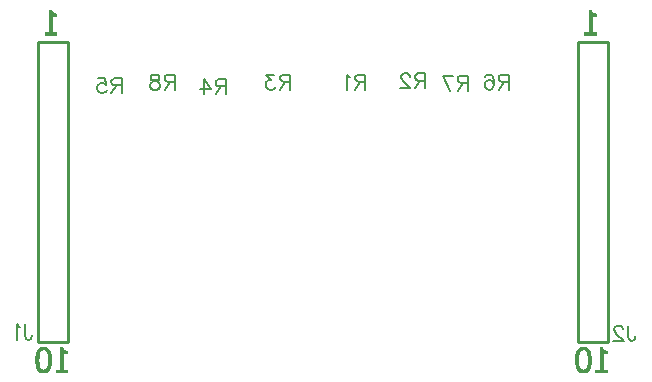
<source format=gbr>
G04 DipTrace 3.3.0.1*
G04 BottomSilk.gbr*
%MOIN*%
G04 #@! TF.FileFunction,Legend,Bot*
G04 #@! TF.Part,Single*
%ADD10C,0.009843*%
%ADD12C,0.003*%
%ADD55C,0.00772*%
%FSLAX26Y26*%
G04*
G70*
G90*
G75*
G01*
G04 BotSilk*
%LPD*%
X668154Y1594571D2*
D10*
X568074D1*
Y594532D1*
X668154D1*
Y1594571D1*
X2467367D2*
X2367286D1*
Y594532D1*
X2467367D1*
Y1594571D1*
X605081Y1700476D2*
D12*
X612581D1*
X605081Y1698976D2*
X612644D1*
X605081Y1697476D2*
X612895D1*
X605081Y1695976D2*
X613364D1*
X605081Y1694476D2*
X614601D1*
X605081Y1692976D2*
X616472D1*
X605081Y1691476D2*
X619298D1*
X605081Y1689976D2*
X622714D1*
X605081Y1688476D2*
X625651D1*
X605081Y1686976D2*
X627823D1*
X605081Y1685476D2*
X628490D1*
X605081Y1683976D2*
X628838D1*
X605081Y1682476D2*
X628994D1*
X605081Y1680976D2*
X614081D1*
X605081Y1679476D2*
X614081D1*
X605081Y1677976D2*
X614081D1*
X605081Y1676476D2*
X614081D1*
X605081Y1674976D2*
X614081D1*
X605081Y1673476D2*
X614081D1*
X605081Y1671976D2*
X614081D1*
X605081Y1670476D2*
X614081D1*
X605081Y1668976D2*
X614081D1*
X605081Y1667476D2*
X614081D1*
X605081Y1665976D2*
X614081D1*
X605081Y1664476D2*
X614081D1*
X605081Y1662976D2*
X614081D1*
X605081Y1661476D2*
X614081D1*
X605081Y1659976D2*
X614081D1*
X605081Y1658476D2*
X614081D1*
X605081Y1656976D2*
X614081D1*
X605081Y1655476D2*
X614081D1*
X605081Y1653976D2*
X614081D1*
X605081Y1652476D2*
X614081D1*
X605081Y1650976D2*
X614081D1*
X605081Y1649476D2*
X614081D1*
X605081Y1647976D2*
X614081D1*
X605081Y1646476D2*
X614081D1*
X605081Y1644976D2*
X614081D1*
X605081Y1643476D2*
X614081D1*
X605081Y1641976D2*
X614081D1*
X605081Y1640476D2*
X614081D1*
X605081Y1638976D2*
X614081D1*
X605081Y1637476D2*
X614081D1*
X605081Y1635976D2*
X614081D1*
X605081Y1634476D2*
X614081D1*
X605081Y1632976D2*
X614081D1*
X605081Y1631476D2*
X614081D1*
X605081Y1629976D2*
X614081D1*
X605081Y1628476D2*
X614081D1*
X605081Y1626976D2*
X614081D1*
X590081Y1625476D2*
X629081D1*
X590081Y1623976D2*
X629081D1*
X590081Y1622476D2*
X629081D1*
X590081Y1620976D2*
X629081D1*
X590081Y1619476D2*
X629081D1*
X590081Y1617976D2*
X629081D1*
X578858Y577184D2*
X590858D1*
X575461Y575684D2*
X594256D1*
X641858D2*
X649358D1*
X572653Y574184D2*
X597064D1*
X641858D2*
X649421D1*
X570438Y572684D2*
X599284D1*
X641858D2*
X649672D1*
X568651Y571184D2*
X601119D1*
X641858D2*
X650140D1*
X567203Y569684D2*
X602711D1*
X641858D2*
X651378D1*
X566058Y568184D2*
X580478D1*
X590558D2*
X604070D1*
X641858D2*
X653249D1*
X565119Y566684D2*
X577927D1*
X592882D2*
X605174D1*
X641858D2*
X656075D1*
X564291Y565184D2*
X575949D1*
X594687D2*
X606053D1*
X641858D2*
X659491D1*
X563556Y563684D2*
X574524D1*
X596013D2*
X606737D1*
X641858D2*
X662428D1*
X562936Y562184D2*
X573459D1*
X596990D2*
X607296D1*
X641858D2*
X664600D1*
X562404Y560684D2*
X572621D1*
X597714D2*
X607837D1*
X641858D2*
X665267D1*
X561874Y559184D2*
X571960D1*
X598288D2*
X608307D1*
X641858D2*
X665615D1*
X561413Y557684D2*
X571412D1*
X598834D2*
X608653D1*
X641858D2*
X665771D1*
X561115Y556184D2*
X570876D1*
X599300D2*
X608996D1*
X641858D2*
X650858D1*
X560912Y554684D2*
X570414D1*
X599595D2*
X609423D1*
X641858D2*
X650858D1*
X560653Y553184D2*
X570121D1*
X599752D2*
X609835D1*
X641858D2*
X650858D1*
X560266Y551684D2*
X569970D1*
X599873D2*
X610108D1*
X641858D2*
X650858D1*
X559871Y550184D2*
X569903D1*
X600092D2*
X610251D1*
X641858D2*
X650858D1*
X559605Y548684D2*
X569875D1*
X600461D2*
X610316D1*
X641858D2*
X650858D1*
X559465Y547184D2*
X569864D1*
X600850D2*
X610348D1*
X641858D2*
X650858D1*
X559401Y545684D2*
X569860D1*
X601113D2*
X610411D1*
X641858D2*
X650858D1*
X559374Y544184D2*
X569853D1*
X601252D2*
X610606D1*
X641858D2*
X650858D1*
X559364Y542684D2*
X569800D1*
X601316D2*
X610967D1*
X641858D2*
X650858D1*
X559360Y541184D2*
X569609D1*
X601342D2*
X611352D1*
X641858D2*
X650858D1*
X559359Y539684D2*
X569249D1*
X601353D2*
X611613D1*
X641858D2*
X650858D1*
X559358Y538184D2*
X568865D1*
X601356D2*
X611753D1*
X641858D2*
X650858D1*
X559358Y536684D2*
X568603D1*
X601358D2*
X611816D1*
X641858D2*
X650858D1*
X559358Y535184D2*
X568470D1*
X601358D2*
X611843D1*
X641858D2*
X650858D1*
X559358Y533684D2*
X568459D1*
X601358D2*
X611853D1*
X641858D2*
X650858D1*
X559358Y532184D2*
X568624D1*
X601358D2*
X611850D1*
X641858D2*
X650858D1*
X559358Y530684D2*
X568973D1*
X601358D2*
X611799D1*
X641858D2*
X650858D1*
X559358Y529184D2*
X569354D1*
X601358D2*
X611608D1*
X641858D2*
X650858D1*
X559358Y527684D2*
X569614D1*
X601358D2*
X611249D1*
X641858D2*
X650858D1*
X559358Y526184D2*
X569753D1*
X601358D2*
X610865D1*
X641858D2*
X650858D1*
X559358Y524684D2*
X569816D1*
X601352D2*
X610603D1*
X641858D2*
X650858D1*
X559364Y523184D2*
X569843D1*
X601300D2*
X610464D1*
X641858D2*
X650858D1*
X559417Y521684D2*
X569853D1*
X601109D2*
X610400D1*
X641858D2*
X650858D1*
X559608Y520184D2*
X569856D1*
X600749D2*
X610368D1*
X641858D2*
X650858D1*
X559967Y518684D2*
X569863D1*
X600365D2*
X610305D1*
X641858D2*
X650858D1*
X560352Y517184D2*
X569917D1*
X600097D2*
X610110D1*
X641858D2*
X650858D1*
X560619Y515684D2*
X570108D1*
X599905D2*
X609750D1*
X641858D2*
X650858D1*
X560811Y514184D2*
X570473D1*
X599651D2*
X609359D1*
X641858D2*
X650858D1*
X561066Y512684D2*
X570910D1*
X599259D2*
X609045D1*
X641858D2*
X650858D1*
X561457Y511184D2*
X571369D1*
X598812D2*
X608714D1*
X641858D2*
X650858D1*
X561905Y509684D2*
X571920D1*
X598349D2*
X608285D1*
X641858D2*
X650858D1*
X562367Y508184D2*
X572571D1*
X597791D2*
X607822D1*
X641858D2*
X650858D1*
X562920Y506684D2*
X573336D1*
X597087D2*
X607353D1*
X641858D2*
X650858D1*
X563565Y505184D2*
X574404D1*
X596096D2*
X606792D1*
X641858D2*
X650858D1*
X564271Y503684D2*
X575837D1*
X594777D2*
X606093D1*
X641858D2*
X650858D1*
X565055Y502184D2*
X579722D1*
X591148D2*
X605196D1*
X641858D2*
X650858D1*
X565993Y500684D2*
X585448D1*
X585615D2*
X604053D1*
X626858D2*
X665858D1*
X567159Y499184D2*
X602724D1*
X626858D2*
X665858D1*
X568553Y497684D2*
X601238D1*
X626858D2*
X665858D1*
X570284Y496184D2*
X599463D1*
X626858D2*
X665858D1*
X572589Y494684D2*
X597139D1*
X626858D2*
X665858D1*
X575549Y493184D2*
X594172D1*
X626858D2*
X665858D1*
X578858Y491684D2*
X590858D1*
X2404294Y1700476D2*
X2411794D1*
X2404294Y1698976D2*
X2411857D1*
X2404294Y1697476D2*
X2412108D1*
X2404294Y1695976D2*
X2412576D1*
X2404294Y1694476D2*
X2413813D1*
X2404294Y1692976D2*
X2415684D1*
X2404294Y1691476D2*
X2418511D1*
X2404294Y1689976D2*
X2421927D1*
X2404294Y1688476D2*
X2424864D1*
X2404294Y1686976D2*
X2427036D1*
X2404294Y1685476D2*
X2427703D1*
X2404294Y1683976D2*
X2428050D1*
X2404294Y1682476D2*
X2428206D1*
X2404294Y1680976D2*
X2413294D1*
X2404294Y1679476D2*
X2413294D1*
X2404294Y1677976D2*
X2413294D1*
X2404294Y1676476D2*
X2413294D1*
X2404294Y1674976D2*
X2413294D1*
X2404294Y1673476D2*
X2413294D1*
X2404294Y1671976D2*
X2413294D1*
X2404294Y1670476D2*
X2413294D1*
X2404294Y1668976D2*
X2413294D1*
X2404294Y1667476D2*
X2413294D1*
X2404294Y1665976D2*
X2413294D1*
X2404294Y1664476D2*
X2413294D1*
X2404294Y1662976D2*
X2413294D1*
X2404294Y1661476D2*
X2413294D1*
X2404294Y1659976D2*
X2413294D1*
X2404294Y1658476D2*
X2413294D1*
X2404294Y1656976D2*
X2413294D1*
X2404294Y1655476D2*
X2413294D1*
X2404294Y1653976D2*
X2413294D1*
X2404294Y1652476D2*
X2413294D1*
X2404294Y1650976D2*
X2413294D1*
X2404294Y1649476D2*
X2413294D1*
X2404294Y1647976D2*
X2413294D1*
X2404294Y1646476D2*
X2413294D1*
X2404294Y1644976D2*
X2413294D1*
X2404294Y1643476D2*
X2413294D1*
X2404294Y1641976D2*
X2413294D1*
X2404294Y1640476D2*
X2413294D1*
X2404294Y1638976D2*
X2413294D1*
X2404294Y1637476D2*
X2413294D1*
X2404294Y1635976D2*
X2413294D1*
X2404294Y1634476D2*
X2413294D1*
X2404294Y1632976D2*
X2413294D1*
X2404294Y1631476D2*
X2413294D1*
X2404294Y1629976D2*
X2413294D1*
X2404294Y1628476D2*
X2413294D1*
X2404294Y1626976D2*
X2413294D1*
X2389294Y1625476D2*
X2428294D1*
X2389294Y1623976D2*
X2428294D1*
X2389294Y1622476D2*
X2428294D1*
X2389294Y1620976D2*
X2428294D1*
X2389294Y1619476D2*
X2428294D1*
X2389294Y1617976D2*
X2428294D1*
X2378071Y577184D2*
X2390071D1*
X2374673Y575684D2*
X2393468D1*
X2441071D2*
X2448571D1*
X2371865Y574184D2*
X2396277D1*
X2441071D2*
X2448634D1*
X2369651Y572684D2*
X2398497D1*
X2441071D2*
X2448885D1*
X2367863Y571184D2*
X2400331D1*
X2441071D2*
X2449353D1*
X2366416Y569684D2*
X2401923D1*
X2441071D2*
X2450590D1*
X2365271Y568184D2*
X2379691D1*
X2389770D2*
X2403283D1*
X2441071D2*
X2452461D1*
X2364331Y566684D2*
X2377140D1*
X2392095D2*
X2404386D1*
X2441071D2*
X2455287D1*
X2363503Y565184D2*
X2375162D1*
X2393900D2*
X2405265D1*
X2441071D2*
X2458704D1*
X2362768Y563684D2*
X2373737D1*
X2395226D2*
X2405950D1*
X2441071D2*
X2461641D1*
X2362149Y562184D2*
X2372672D1*
X2396203D2*
X2406509D1*
X2441071D2*
X2463812D1*
X2361617Y560684D2*
X2371833D1*
X2396927D2*
X2407050D1*
X2441071D2*
X2464479D1*
X2361086Y559184D2*
X2371173D1*
X2397501D2*
X2407520D1*
X2441071D2*
X2464827D1*
X2360626Y557684D2*
X2370625D1*
X2398047D2*
X2407866D1*
X2441071D2*
X2464983D1*
X2360328Y556184D2*
X2370089D1*
X2398513D2*
X2408208D1*
X2441071D2*
X2450071D1*
X2360124Y554684D2*
X2369627D1*
X2398807D2*
X2408636D1*
X2441071D2*
X2450071D1*
X2359865Y553184D2*
X2369334D1*
X2398964D2*
X2409048D1*
X2441071D2*
X2450071D1*
X2359478Y551684D2*
X2369183D1*
X2399085D2*
X2409320D1*
X2441071D2*
X2450071D1*
X2359083Y550184D2*
X2369115D1*
X2399304D2*
X2409463D1*
X2441071D2*
X2450071D1*
X2358818Y548684D2*
X2369087D1*
X2399674D2*
X2409528D1*
X2441071D2*
X2450071D1*
X2358677Y547184D2*
X2369077D1*
X2400062D2*
X2409561D1*
X2441071D2*
X2450071D1*
X2358613Y545684D2*
X2369073D1*
X2400325D2*
X2409624D1*
X2441071D2*
X2450071D1*
X2358587Y544184D2*
X2369066D1*
X2400465D2*
X2409819D1*
X2441071D2*
X2450071D1*
X2358577Y542684D2*
X2369012D1*
X2400529D2*
X2410179D1*
X2441071D2*
X2450071D1*
X2358573Y541184D2*
X2368821D1*
X2400555D2*
X2410564D1*
X2441071D2*
X2450071D1*
X2358572Y539684D2*
X2368462D1*
X2400565D2*
X2410826D1*
X2441071D2*
X2450071D1*
X2358571Y538184D2*
X2368077D1*
X2400569D2*
X2410965D1*
X2441071D2*
X2450071D1*
X2358571Y536684D2*
X2367816D1*
X2400570D2*
X2411029D1*
X2441071D2*
X2450071D1*
X2358571Y535184D2*
X2367682D1*
X2400571D2*
X2411055D1*
X2441071D2*
X2450071D1*
X2358571Y533684D2*
X2367672D1*
X2400571D2*
X2411065D1*
X2441071D2*
X2450071D1*
X2358571Y532184D2*
X2367836D1*
X2400571D2*
X2411063D1*
X2441071D2*
X2450071D1*
X2358571Y530684D2*
X2368186D1*
X2400571D2*
X2411012D1*
X2441071D2*
X2450071D1*
X2358571Y529184D2*
X2368566D1*
X2400571D2*
X2410821D1*
X2441071D2*
X2450071D1*
X2358571Y527684D2*
X2368827D1*
X2400571D2*
X2410462D1*
X2441071D2*
X2450071D1*
X2358571Y526184D2*
X2368965D1*
X2400571D2*
X2410077D1*
X2441071D2*
X2450071D1*
X2358571Y524684D2*
X2369029D1*
X2400565D2*
X2409816D1*
X2441071D2*
X2450071D1*
X2358577Y523184D2*
X2369055D1*
X2400512D2*
X2409677D1*
X2441071D2*
X2450071D1*
X2358629Y521684D2*
X2369065D1*
X2400321D2*
X2409613D1*
X2441071D2*
X2450071D1*
X2358821Y520184D2*
X2369069D1*
X2399962D2*
X2409581D1*
X2441071D2*
X2450071D1*
X2359180Y518684D2*
X2369076D1*
X2399577D2*
X2409518D1*
X2441071D2*
X2450071D1*
X2359564Y517184D2*
X2369129D1*
X2399310D2*
X2409323D1*
X2441071D2*
X2450071D1*
X2359832Y515684D2*
X2369321D1*
X2399118D2*
X2408963D1*
X2441071D2*
X2450071D1*
X2360024Y514184D2*
X2369686D1*
X2398863D2*
X2408572D1*
X2441071D2*
X2450071D1*
X2360279Y512684D2*
X2370123D1*
X2398472D2*
X2408257D1*
X2441071D2*
X2450071D1*
X2360670Y511184D2*
X2370582D1*
X2398024D2*
X2407927D1*
X2441071D2*
X2450071D1*
X2361117Y509684D2*
X2371133D1*
X2397562D2*
X2407498D1*
X2441071D2*
X2450071D1*
X2361580Y508184D2*
X2371784D1*
X2397004D2*
X2407034D1*
X2441071D2*
X2450071D1*
X2362132Y506684D2*
X2372548D1*
X2396299D2*
X2406566D1*
X2441071D2*
X2450071D1*
X2362778Y505184D2*
X2373617D1*
X2395309D2*
X2406005D1*
X2441071D2*
X2450071D1*
X2363484Y503684D2*
X2375050D1*
X2393989D2*
X2405306D1*
X2441071D2*
X2450071D1*
X2364267Y502184D2*
X2378934D1*
X2390361D2*
X2404408D1*
X2441071D2*
X2450071D1*
X2365205Y500684D2*
X2384661D1*
X2384828D2*
X2403265D1*
X2426071D2*
X2465071D1*
X2366371Y499184D2*
X2401937D1*
X2426071D2*
X2465071D1*
X2367765Y497684D2*
X2400451D1*
X2426071D2*
X2465071D1*
X2369496Y496184D2*
X2398676D1*
X2426071D2*
X2465071D1*
X2371801Y494684D2*
X2396352D1*
X2426071D2*
X2465071D1*
X2374761Y493184D2*
X2393384D1*
X2426071D2*
X2465071D1*
X2378071Y491684D2*
X2390071D1*
X605081Y1700476D2*
Y1698976D1*
Y1697476D1*
Y1695976D1*
Y1694476D1*
Y1692976D1*
Y1691476D1*
Y1689976D1*
Y1688476D1*
Y1686976D1*
Y1685476D1*
Y1683976D1*
Y1682476D1*
Y1680976D1*
Y1679476D1*
Y1677976D1*
Y1676476D1*
Y1674976D1*
Y1673476D1*
Y1671976D1*
Y1670476D1*
Y1668976D1*
Y1667476D1*
Y1665976D1*
Y1664476D1*
Y1662976D1*
Y1661476D1*
Y1659976D1*
Y1658476D1*
Y1656976D1*
Y1655476D1*
Y1653976D1*
Y1652476D1*
Y1650976D1*
Y1649476D1*
Y1647976D1*
Y1646476D1*
Y1644976D1*
Y1643476D1*
Y1641976D1*
Y1640476D1*
Y1638976D1*
Y1637476D1*
Y1635976D1*
Y1634476D1*
Y1632976D1*
Y1631476D1*
Y1629976D1*
Y1628476D1*
Y1626976D1*
Y1625476D1*
X590081D1*
Y1623976D1*
Y1622476D1*
Y1620976D1*
Y1619476D1*
Y1617976D1*
X612581Y1700476D2*
X612644Y1698976D1*
X612895Y1697476D1*
X613364Y1695976D1*
X614601Y1694476D1*
X616472Y1692976D1*
X619298Y1691476D1*
X622714Y1689976D1*
X625651Y1688476D1*
X627823Y1686976D1*
X628490Y1685476D1*
X628838Y1683976D1*
X628994Y1682476D1*
X629081Y1680976D1*
X614081D1*
Y1679476D1*
Y1677976D1*
Y1676476D1*
Y1674976D1*
Y1673476D1*
Y1671976D1*
Y1670476D1*
Y1668976D1*
Y1667476D1*
Y1665976D1*
Y1664476D1*
Y1662976D1*
Y1661476D1*
Y1659976D1*
Y1658476D1*
Y1656976D1*
Y1655476D1*
Y1653976D1*
Y1652476D1*
Y1650976D1*
Y1649476D1*
Y1647976D1*
Y1646476D1*
Y1644976D1*
Y1643476D1*
Y1641976D1*
Y1640476D1*
Y1638976D1*
Y1637476D1*
Y1635976D1*
Y1634476D1*
Y1632976D1*
Y1631476D1*
Y1629976D1*
Y1628476D1*
Y1626976D1*
Y1625476D1*
X629081D1*
Y1623976D1*
Y1622476D1*
Y1620976D1*
Y1619476D1*
Y1617976D1*
X578858Y577184D2*
X575461Y575684D1*
X572653Y574184D1*
X570438Y572684D1*
X568651Y571184D1*
X567203Y569684D1*
X566058Y568184D1*
X565119Y566684D1*
X564291Y565184D1*
X563556Y563684D1*
X562936Y562184D1*
X562404Y560684D1*
X561874Y559184D1*
X561413Y557684D1*
X561115Y556184D1*
X560912Y554684D1*
X560653Y553184D1*
X560266Y551684D1*
X559871Y550184D1*
X559605Y548684D1*
X559465Y547184D1*
X559401Y545684D1*
X559374Y544184D1*
X559364Y542684D1*
X559360Y541184D1*
X559359Y539684D1*
X559358Y538184D1*
Y536684D1*
Y535184D1*
Y533684D1*
Y532184D1*
Y530684D1*
Y529184D1*
Y527684D1*
Y526184D1*
Y524684D1*
X559364Y523184D1*
X559417Y521684D1*
X559608Y520184D1*
X559967Y518684D1*
X560352Y517184D1*
X560619Y515684D1*
X560811Y514184D1*
X561066Y512684D1*
X561457Y511184D1*
X561905Y509684D1*
X562367Y508184D1*
X562920Y506684D1*
X563565Y505184D1*
X564271Y503684D1*
X565055Y502184D1*
X565993Y500684D1*
X567159Y499184D1*
X568553Y497684D1*
X570284Y496184D1*
X572589Y494684D1*
X575549Y493184D1*
X578858Y491684D1*
X590858Y577184D2*
X594256Y575684D1*
X597064Y574184D1*
X599284Y572684D1*
X601119Y571184D1*
X602711Y569684D1*
X604070Y568184D1*
X605174Y566684D1*
X606053Y565184D1*
X606737Y563684D1*
X607296Y562184D1*
X607837Y560684D1*
X608307Y559184D1*
X608653Y557684D1*
X608996Y556184D1*
X609423Y554684D1*
X609835Y553184D1*
X610108Y551684D1*
X610251Y550184D1*
X610316Y548684D1*
X610348Y547184D1*
X610411Y545684D1*
X610606Y544184D1*
X610967Y542684D1*
X611352Y541184D1*
X611613Y539684D1*
X611753Y538184D1*
X611816Y536684D1*
X611843Y535184D1*
X611853Y533684D1*
X611850Y532184D1*
X611799Y530684D1*
X611608Y529184D1*
X611249Y527684D1*
X610865Y526184D1*
X610603Y524684D1*
X610464Y523184D1*
X610400Y521684D1*
X610368Y520184D1*
X610305Y518684D1*
X610110Y517184D1*
X609750Y515684D1*
X609359Y514184D1*
X609045Y512684D1*
X608714Y511184D1*
X608285Y509684D1*
X607822Y508184D1*
X607353Y506684D1*
X606792Y505184D1*
X606093Y503684D1*
X605196Y502184D1*
X604053Y500684D1*
X602724Y499184D1*
X601238Y497684D1*
X599463Y496184D1*
X597139Y494684D1*
X594172Y493184D1*
X590858Y491684D1*
X641858Y575684D2*
Y574184D1*
Y572684D1*
Y571184D1*
Y569684D1*
Y568184D1*
Y566684D1*
Y565184D1*
Y563684D1*
Y562184D1*
Y560684D1*
Y559184D1*
Y557684D1*
Y556184D1*
Y554684D1*
Y553184D1*
Y551684D1*
Y550184D1*
Y548684D1*
Y547184D1*
Y545684D1*
Y544184D1*
Y542684D1*
Y541184D1*
Y539684D1*
Y538184D1*
Y536684D1*
Y535184D1*
Y533684D1*
Y532184D1*
Y530684D1*
Y529184D1*
Y527684D1*
Y526184D1*
Y524684D1*
Y523184D1*
Y521684D1*
Y520184D1*
Y518684D1*
Y517184D1*
Y515684D1*
Y514184D1*
Y512684D1*
Y511184D1*
Y509684D1*
Y508184D1*
Y506684D1*
Y505184D1*
Y503684D1*
Y502184D1*
Y500684D1*
X626858D1*
Y499184D1*
Y497684D1*
Y496184D1*
Y494684D1*
Y493184D1*
X649358Y575684D2*
X649421Y574184D1*
X649672Y572684D1*
X650140Y571184D1*
X651378Y569684D1*
X653249Y568184D1*
X656075Y566684D1*
X659491Y565184D1*
X662428Y563684D1*
X664600Y562184D1*
X665267Y560684D1*
X665615Y559184D1*
X665771Y557684D1*
X665858Y556184D1*
X650858D1*
Y554684D1*
Y553184D1*
Y551684D1*
Y550184D1*
Y548684D1*
Y547184D1*
Y545684D1*
Y544184D1*
Y542684D1*
Y541184D1*
Y539684D1*
Y538184D1*
Y536684D1*
Y535184D1*
Y533684D1*
Y532184D1*
Y530684D1*
Y529184D1*
Y527684D1*
Y526184D1*
Y524684D1*
Y523184D1*
Y521684D1*
Y520184D1*
Y518684D1*
Y517184D1*
Y515684D1*
Y514184D1*
Y512684D1*
Y511184D1*
Y509684D1*
Y508184D1*
Y506684D1*
Y505184D1*
Y503684D1*
Y502184D1*
Y500684D1*
X665858D1*
Y499184D1*
Y497684D1*
Y496184D1*
Y494684D1*
Y493184D1*
X583358Y569684D2*
X580478Y568184D1*
X577927Y566684D1*
X575949Y565184D1*
X574524Y563684D1*
X573459Y562184D1*
X572621Y560684D1*
X571960Y559184D1*
X571412Y557684D1*
X570876Y556184D1*
X570414Y554684D1*
X570121Y553184D1*
X569970Y551684D1*
X569903Y550184D1*
X569875Y548684D1*
X569864Y547184D1*
X569860Y545684D1*
X569853Y544184D1*
X569800Y542684D1*
X569609Y541184D1*
X569249Y539684D1*
X568865Y538184D1*
X568603Y536684D1*
X568470Y535184D1*
X568459Y533684D1*
X568624Y532184D1*
X568973Y530684D1*
X569354Y529184D1*
X569614Y527684D1*
X569753Y526184D1*
X569816Y524684D1*
X569843Y523184D1*
X569853Y521684D1*
X569856Y520184D1*
X569863Y518684D1*
X569917Y517184D1*
X570108Y515684D1*
X570473Y514184D1*
X570910Y512684D1*
X571369Y511184D1*
X571920Y509684D1*
X572571Y508184D1*
X573336Y506684D1*
X574404Y505184D1*
X575837Y503684D1*
X579722Y502184D1*
X585448Y500684D1*
X592358Y499184D1*
X587858Y569684D2*
X590558Y568184D1*
X592882Y566684D1*
X594687Y565184D1*
X596013Y563684D1*
X596990Y562184D1*
X597714Y560684D1*
X598288Y559184D1*
X598834Y557684D1*
X599300Y556184D1*
X599595Y554684D1*
X599752Y553184D1*
X599873Y551684D1*
X600092Y550184D1*
X600461Y548684D1*
X600850Y547184D1*
X601113Y545684D1*
X601252Y544184D1*
X601316Y542684D1*
X601342Y541184D1*
X601353Y539684D1*
X601356Y538184D1*
X601358Y536684D1*
Y535184D1*
Y533684D1*
Y532184D1*
Y530684D1*
Y529184D1*
Y527684D1*
Y526184D1*
X601352Y524684D1*
X601300Y523184D1*
X601109Y521684D1*
X600749Y520184D1*
X600365Y518684D1*
X600097Y517184D1*
X599905Y515684D1*
X599651Y514184D1*
X599259Y512684D1*
X598812Y511184D1*
X598349Y509684D1*
X597791Y508184D1*
X597087Y506684D1*
X596096Y505184D1*
X594777Y503684D1*
X591148Y502184D1*
X585615Y500684D1*
X578858Y499184D1*
X2404294Y1700476D2*
Y1698976D1*
Y1697476D1*
Y1695976D1*
Y1694476D1*
Y1692976D1*
Y1691476D1*
Y1689976D1*
Y1688476D1*
Y1686976D1*
Y1685476D1*
Y1683976D1*
Y1682476D1*
Y1680976D1*
Y1679476D1*
Y1677976D1*
Y1676476D1*
Y1674976D1*
Y1673476D1*
Y1671976D1*
Y1670476D1*
Y1668976D1*
Y1667476D1*
Y1665976D1*
Y1664476D1*
Y1662976D1*
Y1661476D1*
Y1659976D1*
Y1658476D1*
Y1656976D1*
Y1655476D1*
Y1653976D1*
Y1652476D1*
Y1650976D1*
Y1649476D1*
Y1647976D1*
Y1646476D1*
Y1644976D1*
Y1643476D1*
Y1641976D1*
Y1640476D1*
Y1638976D1*
Y1637476D1*
Y1635976D1*
Y1634476D1*
Y1632976D1*
Y1631476D1*
Y1629976D1*
Y1628476D1*
Y1626976D1*
Y1625476D1*
X2389294D1*
Y1623976D1*
Y1622476D1*
Y1620976D1*
Y1619476D1*
Y1617976D1*
X2411794Y1700476D2*
X2411857Y1698976D1*
X2412108Y1697476D1*
X2412576Y1695976D1*
X2413813Y1694476D1*
X2415684Y1692976D1*
X2418511Y1691476D1*
X2421927Y1689976D1*
X2424864Y1688476D1*
X2427036Y1686976D1*
X2427703Y1685476D1*
X2428050Y1683976D1*
X2428206Y1682476D1*
X2428294Y1680976D1*
X2413294D1*
Y1679476D1*
Y1677976D1*
Y1676476D1*
Y1674976D1*
Y1673476D1*
Y1671976D1*
Y1670476D1*
Y1668976D1*
Y1667476D1*
Y1665976D1*
Y1664476D1*
Y1662976D1*
Y1661476D1*
Y1659976D1*
Y1658476D1*
Y1656976D1*
Y1655476D1*
Y1653976D1*
Y1652476D1*
Y1650976D1*
Y1649476D1*
Y1647976D1*
Y1646476D1*
Y1644976D1*
Y1643476D1*
Y1641976D1*
Y1640476D1*
Y1638976D1*
Y1637476D1*
Y1635976D1*
Y1634476D1*
Y1632976D1*
Y1631476D1*
Y1629976D1*
Y1628476D1*
Y1626976D1*
Y1625476D1*
X2428294D1*
Y1623976D1*
Y1622476D1*
Y1620976D1*
Y1619476D1*
Y1617976D1*
X2378071Y577184D2*
X2374673Y575684D1*
X2371865Y574184D1*
X2369651Y572684D1*
X2367863Y571184D1*
X2366416Y569684D1*
X2365271Y568184D1*
X2364331Y566684D1*
X2363503Y565184D1*
X2362768Y563684D1*
X2362149Y562184D1*
X2361617Y560684D1*
X2361086Y559184D1*
X2360626Y557684D1*
X2360328Y556184D1*
X2360124Y554684D1*
X2359865Y553184D1*
X2359478Y551684D1*
X2359083Y550184D1*
X2358818Y548684D1*
X2358677Y547184D1*
X2358613Y545684D1*
X2358587Y544184D1*
X2358577Y542684D1*
X2358573Y541184D1*
X2358572Y539684D1*
X2358571Y538184D1*
Y536684D1*
Y535184D1*
Y533684D1*
Y532184D1*
Y530684D1*
Y529184D1*
Y527684D1*
Y526184D1*
Y524684D1*
X2358577Y523184D1*
X2358629Y521684D1*
X2358821Y520184D1*
X2359180Y518684D1*
X2359564Y517184D1*
X2359832Y515684D1*
X2360024Y514184D1*
X2360279Y512684D1*
X2360670Y511184D1*
X2361117Y509684D1*
X2361580Y508184D1*
X2362132Y506684D1*
X2362778Y505184D1*
X2363484Y503684D1*
X2364267Y502184D1*
X2365205Y500684D1*
X2366371Y499184D1*
X2367765Y497684D1*
X2369496Y496184D1*
X2371801Y494684D1*
X2374761Y493184D1*
X2378071Y491684D1*
X2390071Y577184D2*
X2393468Y575684D1*
X2396277Y574184D1*
X2398497Y572684D1*
X2400331Y571184D1*
X2401923Y569684D1*
X2403283Y568184D1*
X2404386Y566684D1*
X2405265Y565184D1*
X2405950Y563684D1*
X2406509Y562184D1*
X2407050Y560684D1*
X2407520Y559184D1*
X2407866Y557684D1*
X2408208Y556184D1*
X2408636Y554684D1*
X2409048Y553184D1*
X2409320Y551684D1*
X2409463Y550184D1*
X2409528Y548684D1*
X2409561Y547184D1*
X2409624Y545684D1*
X2409819Y544184D1*
X2410179Y542684D1*
X2410564Y541184D1*
X2410826Y539684D1*
X2410965Y538184D1*
X2411029Y536684D1*
X2411055Y535184D1*
X2411065Y533684D1*
X2411063Y532184D1*
X2411012Y530684D1*
X2410821Y529184D1*
X2410462Y527684D1*
X2410077Y526184D1*
X2409816Y524684D1*
X2409677Y523184D1*
X2409613Y521684D1*
X2409581Y520184D1*
X2409518Y518684D1*
X2409323Y517184D1*
X2408963Y515684D1*
X2408572Y514184D1*
X2408257Y512684D1*
X2407927Y511184D1*
X2407498Y509684D1*
X2407034Y508184D1*
X2406566Y506684D1*
X2406005Y505184D1*
X2405306Y503684D1*
X2404408Y502184D1*
X2403265Y500684D1*
X2401937Y499184D1*
X2400451Y497684D1*
X2398676Y496184D1*
X2396352Y494684D1*
X2393384Y493184D1*
X2390071Y491684D1*
X2441071Y575684D2*
Y574184D1*
Y572684D1*
Y571184D1*
Y569684D1*
Y568184D1*
Y566684D1*
Y565184D1*
Y563684D1*
Y562184D1*
Y560684D1*
Y559184D1*
Y557684D1*
Y556184D1*
Y554684D1*
Y553184D1*
Y551684D1*
Y550184D1*
Y548684D1*
Y547184D1*
Y545684D1*
Y544184D1*
Y542684D1*
Y541184D1*
Y539684D1*
Y538184D1*
Y536684D1*
Y535184D1*
Y533684D1*
Y532184D1*
Y530684D1*
Y529184D1*
Y527684D1*
Y526184D1*
Y524684D1*
Y523184D1*
Y521684D1*
Y520184D1*
Y518684D1*
Y517184D1*
Y515684D1*
Y514184D1*
Y512684D1*
Y511184D1*
Y509684D1*
Y508184D1*
Y506684D1*
Y505184D1*
Y503684D1*
Y502184D1*
Y500684D1*
X2426071D1*
Y499184D1*
Y497684D1*
Y496184D1*
Y494684D1*
Y493184D1*
X2448571Y575684D2*
X2448634Y574184D1*
X2448885Y572684D1*
X2449353Y571184D1*
X2450590Y569684D1*
X2452461Y568184D1*
X2455287Y566684D1*
X2458704Y565184D1*
X2461641Y563684D1*
X2463812Y562184D1*
X2464479Y560684D1*
X2464827Y559184D1*
X2464983Y557684D1*
X2465071Y556184D1*
X2450071D1*
Y554684D1*
Y553184D1*
Y551684D1*
Y550184D1*
Y548684D1*
Y547184D1*
Y545684D1*
Y544184D1*
Y542684D1*
Y541184D1*
Y539684D1*
Y538184D1*
Y536684D1*
Y535184D1*
Y533684D1*
Y532184D1*
Y530684D1*
Y529184D1*
Y527684D1*
Y526184D1*
Y524684D1*
Y523184D1*
Y521684D1*
Y520184D1*
Y518684D1*
Y517184D1*
Y515684D1*
Y514184D1*
Y512684D1*
Y511184D1*
Y509684D1*
Y508184D1*
Y506684D1*
Y505184D1*
Y503684D1*
Y502184D1*
Y500684D1*
X2465071D1*
Y499184D1*
Y497684D1*
Y496184D1*
Y494684D1*
Y493184D1*
X2382571Y569684D2*
X2379691Y568184D1*
X2377140Y566684D1*
X2375162Y565184D1*
X2373737Y563684D1*
X2372672Y562184D1*
X2371833Y560684D1*
X2371173Y559184D1*
X2370625Y557684D1*
X2370089Y556184D1*
X2369627Y554684D1*
X2369334Y553184D1*
X2369183Y551684D1*
X2369115Y550184D1*
X2369087Y548684D1*
X2369077Y547184D1*
X2369073Y545684D1*
X2369066Y544184D1*
X2369012Y542684D1*
X2368821Y541184D1*
X2368462Y539684D1*
X2368077Y538184D1*
X2367816Y536684D1*
X2367682Y535184D1*
X2367672Y533684D1*
X2367836Y532184D1*
X2368186Y530684D1*
X2368566Y529184D1*
X2368827Y527684D1*
X2368965Y526184D1*
X2369029Y524684D1*
X2369055Y523184D1*
X2369065Y521684D1*
X2369069Y520184D1*
X2369076Y518684D1*
X2369129Y517184D1*
X2369321Y515684D1*
X2369686Y514184D1*
X2370123Y512684D1*
X2370582Y511184D1*
X2371133Y509684D1*
X2371784Y508184D1*
X2372548Y506684D1*
X2373617Y505184D1*
X2375050Y503684D1*
X2378934Y502184D1*
X2384661Y500684D1*
X2391571Y499184D1*
X2387071Y569684D2*
X2389770Y568184D1*
X2392095Y566684D1*
X2393900Y565184D1*
X2395226Y563684D1*
X2396203Y562184D1*
X2396927Y560684D1*
X2397501Y559184D1*
X2398047Y557684D1*
X2398513Y556184D1*
X2398807Y554684D1*
X2398964Y553184D1*
X2399085Y551684D1*
X2399304Y550184D1*
X2399674Y548684D1*
X2400062Y547184D1*
X2400325Y545684D1*
X2400465Y544184D1*
X2400529Y542684D1*
X2400555Y541184D1*
X2400565Y539684D1*
X2400569Y538184D1*
X2400570Y536684D1*
X2400571Y535184D1*
Y533684D1*
Y532184D1*
Y530684D1*
Y529184D1*
Y527684D1*
Y526184D1*
X2400565Y524684D1*
X2400512Y523184D1*
X2400321Y521684D1*
X2399962Y520184D1*
X2399577Y518684D1*
X2399310Y517184D1*
X2399118Y515684D1*
X2398863Y514184D1*
X2398472Y512684D1*
X2398024Y511184D1*
X2397562Y509684D1*
X2397004Y508184D1*
X2396299Y506684D1*
X2395309Y505184D1*
X2393989Y503684D1*
X2390361Y502184D1*
X2384828Y500684D1*
X2378071Y499184D1*
X524269Y651655D2*
D55*
Y613409D1*
X526645Y606224D1*
X529077Y603847D1*
X533831Y601415D1*
X538639D1*
X543392Y603847D1*
X545769Y606224D1*
X548201Y613409D1*
Y618162D1*
X508830Y642039D2*
X504021Y644470D1*
X496836Y651600D1*
Y601415D1*
X2535019Y647718D2*
Y609472D1*
X2537395Y602287D1*
X2539827Y599910D1*
X2544580Y597478D1*
X2549389D1*
X2554142Y599910D1*
X2556519Y602287D1*
X2558951Y609472D1*
Y614225D1*
X2517148Y635725D2*
Y638102D1*
X2514771Y642910D1*
X2512395Y645287D1*
X2507586Y647663D1*
X2498024D1*
X2493271Y645287D1*
X2490895Y642910D1*
X2488463Y638102D1*
Y633348D1*
X2490895Y628540D1*
X2495648Y621410D1*
X2519580Y597478D1*
X2486086D1*
X1658416Y1460709D2*
X1636916D1*
X1629731Y1463141D1*
X1627299Y1465517D1*
X1624922Y1470270D1*
Y1475079D1*
X1627299Y1479832D1*
X1629731Y1482264D1*
X1636916Y1484640D1*
X1658416D1*
Y1434400D1*
X1641669Y1460709D2*
X1624922Y1434400D1*
X1609483Y1475024D2*
X1604675Y1477455D1*
X1597490Y1484585D1*
Y1434400D1*
X1858142Y1464646D2*
X1836642D1*
X1829457Y1467078D1*
X1827025Y1469454D1*
X1824649Y1474207D1*
Y1479016D1*
X1827025Y1483769D1*
X1829457Y1486201D1*
X1836642Y1488577D1*
X1858142D1*
Y1438337D1*
X1841395Y1464646D2*
X1824649Y1438337D1*
X1806778Y1476584D2*
Y1478961D1*
X1804401Y1483769D1*
X1802024Y1486146D1*
X1797216Y1488522D1*
X1787654D1*
X1782901Y1486146D1*
X1780525Y1483769D1*
X1778093Y1478961D1*
Y1474207D1*
X1780525Y1469399D1*
X1785278Y1462269D1*
X1809210Y1438337D1*
X1775716D1*
X1409323Y1460709D2*
X1387823D1*
X1380638Y1463141D1*
X1378206Y1465517D1*
X1375830Y1470270D1*
Y1475079D1*
X1378206Y1479832D1*
X1380638Y1482264D1*
X1387823Y1484640D1*
X1409323D1*
Y1434400D1*
X1392577Y1460709D2*
X1375830Y1434400D1*
X1355582Y1484585D2*
X1329329D1*
X1343644Y1465462D1*
X1336459D1*
X1331706Y1463085D1*
X1329329Y1460709D1*
X1326897Y1453524D1*
Y1448770D1*
X1329329Y1441585D1*
X1334082Y1436777D1*
X1341267Y1434400D1*
X1348452D1*
X1355582Y1436777D1*
X1357959Y1439209D1*
X1360391Y1443962D1*
X1193976Y1444961D2*
X1172476D1*
X1165291Y1447393D1*
X1162859Y1449769D1*
X1160483Y1454522D1*
Y1459331D1*
X1162859Y1464084D1*
X1165291Y1466516D1*
X1172476Y1468892D1*
X1193976D1*
Y1418652D1*
X1177229Y1444961D2*
X1160483Y1418652D1*
X1121112D2*
Y1468837D1*
X1145043Y1435399D1*
X1109174D1*
X846331Y1448898D2*
X824831D1*
X817646Y1451330D1*
X815214Y1453706D1*
X812838Y1458459D1*
Y1463268D1*
X815214Y1468021D1*
X817646Y1470453D1*
X824831Y1472829D1*
X846331D1*
Y1422589D1*
X829584Y1448898D2*
X812838Y1422589D1*
X768714Y1472774D2*
X792590D1*
X794967Y1451274D1*
X792590Y1453651D1*
X785405Y1456083D1*
X778275D1*
X771090Y1453651D1*
X766282Y1448898D1*
X763905Y1441713D1*
Y1436959D1*
X766282Y1429774D1*
X771090Y1424966D1*
X778275Y1422589D1*
X785405D1*
X792590Y1424966D1*
X794967Y1427398D1*
X797398Y1432151D1*
X2136454Y1460709D2*
X2114954D1*
X2107769Y1463141D1*
X2105337Y1465517D1*
X2102960Y1470270D1*
Y1475079D1*
X2105337Y1479832D1*
X2107769Y1482264D1*
X2114954Y1484640D1*
X2136454D1*
Y1434400D1*
X2119707Y1460709D2*
X2102960Y1434400D1*
X2058836Y1477455D2*
X2061213Y1482209D1*
X2068398Y1484585D1*
X2073151D1*
X2080336Y1482209D1*
X2085145Y1475024D1*
X2087521Y1463085D1*
Y1451147D1*
X2085145Y1441585D1*
X2080336Y1436777D1*
X2073151Y1434400D1*
X2070774D1*
X2063645Y1436777D1*
X2058836Y1441585D1*
X2056460Y1448770D1*
Y1451147D1*
X2058836Y1458332D1*
X2063645Y1463085D1*
X2070774Y1465462D1*
X2073151D1*
X2080336Y1463085D1*
X2085145Y1458332D1*
X2087521Y1451147D1*
X1999874Y1456772D2*
X1978375D1*
X1971189Y1459204D1*
X1968758Y1461580D1*
X1966381Y1466333D1*
Y1471142D1*
X1968758Y1475895D1*
X1971189Y1478327D1*
X1978375Y1480703D1*
X1999874D1*
Y1430463D1*
X1983128Y1456772D2*
X1966381Y1430463D1*
X1941380D2*
X1917448Y1480648D1*
X1950942D1*
X1023469Y1460709D2*
X1001969D1*
X994784Y1463141D1*
X992352Y1465517D1*
X989975Y1470270D1*
Y1475079D1*
X992352Y1479832D1*
X994784Y1482264D1*
X1001969Y1484640D1*
X1023469D1*
Y1434400D1*
X1006722Y1460709D2*
X989975Y1434400D1*
X962598Y1484585D2*
X969728Y1482209D1*
X972160Y1477455D1*
Y1472647D1*
X969728Y1467894D1*
X964975Y1465462D1*
X955413Y1463085D1*
X948228Y1460709D1*
X943475Y1455900D1*
X941098Y1451147D1*
Y1443962D1*
X943475Y1439209D1*
X945851Y1436777D1*
X953036Y1434400D1*
X962598D1*
X969728Y1436777D1*
X972160Y1439209D1*
X974536Y1443962D1*
Y1451147D1*
X972160Y1455900D1*
X967351Y1460709D1*
X960221Y1463085D1*
X950660Y1465462D1*
X945851Y1467894D1*
X943475Y1472647D1*
Y1477455D1*
X945851Y1482209D1*
X953036Y1484585D1*
X962598D1*
M02*

</source>
